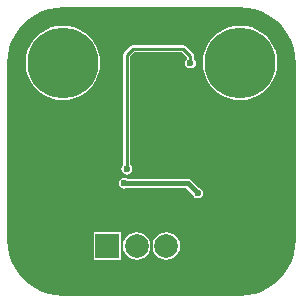
<source format=gbl>
G04*
G04 #@! TF.GenerationSoftware,Altium Limited,CircuitStudio,1.5.2 (30)*
G04*
G04 Layer_Physical_Order=2*
G04 Layer_Color=12500520*
%FSLAX25Y25*%
%MOIN*%
G70*
G01*
G75*
%ADD15C,0.00984*%
%ADD17C,0.01575*%
%ADD18C,0.07874*%
%ADD19R,0.07874X0.07874*%
%ADD20C,0.23622*%
%ADD21C,0.02362*%
G36*
X366598Y313691D02*
X368981Y313217D01*
X371282Y312437D01*
X373461Y311362D01*
X375481Y310012D01*
X377308Y308410D01*
X378910Y306583D01*
X380259Y304563D01*
X381334Y302384D01*
X382115Y300083D01*
X382589Y297700D01*
X382745Y295318D01*
X382737Y295276D01*
Y236221D01*
X382745Y236178D01*
X382589Y233796D01*
X382115Y231413D01*
X381334Y229112D01*
X380259Y226933D01*
X378910Y224913D01*
X377308Y223086D01*
X375481Y221484D01*
X373461Y220134D01*
X371282Y219060D01*
X368981Y218279D01*
X366598Y217805D01*
X364216Y217649D01*
X364173Y217657D01*
X305118D01*
X305075Y217649D01*
X302694Y217805D01*
X300311Y218279D01*
X298010Y219060D01*
X295831Y220134D01*
X293811Y221484D01*
X291984Y223086D01*
X290382Y224913D01*
X289032Y226933D01*
X287957Y229112D01*
X287176Y231413D01*
X286702Y233796D01*
X286546Y236178D01*
X286555Y236221D01*
Y295276D01*
X286546Y295318D01*
X286702Y297700D01*
X287176Y300083D01*
X287957Y302384D01*
X289032Y304563D01*
X290382Y306583D01*
X291984Y308410D01*
X293811Y310012D01*
X295831Y311362D01*
X298010Y312437D01*
X300311Y313217D01*
X302694Y313691D01*
X305075Y313848D01*
X305118Y313839D01*
X364173D01*
X364216Y313848D01*
X366598Y313691D01*
D02*
G37*
%LPC*%
G36*
X324419Y238789D02*
X315345D01*
Y229715D01*
X324419D01*
Y238789D01*
D02*
G37*
G36*
X339567Y238828D02*
X338383Y238672D01*
X337279Y238215D01*
X336331Y237488D01*
X335604Y236540D01*
X335147Y235436D01*
X334991Y234252D01*
X335147Y233068D01*
X335604Y231964D01*
X336331Y231016D01*
X337279Y230289D01*
X338383Y229832D01*
X339567Y229676D01*
X340751Y229832D01*
X341855Y230289D01*
X342803Y231016D01*
X343530Y231964D01*
X343987Y233068D01*
X344143Y234252D01*
X343987Y235436D01*
X343530Y236540D01*
X342803Y237488D01*
X341855Y238215D01*
X340751Y238672D01*
X339567Y238828D01*
D02*
G37*
G36*
X329724D02*
X328540Y238672D01*
X327436Y238215D01*
X326489Y237488D01*
X325761Y236540D01*
X325304Y235436D01*
X325148Y234252D01*
X325304Y233068D01*
X325761Y231964D01*
X326489Y231016D01*
X327436Y230289D01*
X328540Y229832D01*
X329724Y229676D01*
X330909Y229832D01*
X332013Y230289D01*
X332960Y231016D01*
X333687Y231964D01*
X334145Y233068D01*
X334301Y234252D01*
X334145Y235436D01*
X333687Y236540D01*
X332960Y237488D01*
X332013Y238215D01*
X330909Y238672D01*
X329724Y238828D01*
D02*
G37*
G36*
X325590Y256934D02*
X324896Y256796D01*
X324306Y256402D01*
X323913Y255813D01*
X323775Y255118D01*
X323913Y254423D01*
X324306Y253834D01*
X324896Y253440D01*
X325590Y253302D01*
X326286Y253440D01*
X326679Y253703D01*
X346264D01*
X348230Y251738D01*
X348322Y251273D01*
X348716Y250684D01*
X349305Y250291D01*
X350000Y250152D01*
X350695Y250291D01*
X351284Y250684D01*
X351678Y251273D01*
X351816Y251969D01*
X351678Y252663D01*
X351284Y253253D01*
X350695Y253646D01*
X350230Y253739D01*
X347851Y256118D01*
X347392Y256425D01*
X346850Y256533D01*
X326679D01*
X326286Y256796D01*
X325590Y256934D01*
D02*
G37*
G36*
X345276Y301114D02*
X328346D01*
X327920Y301029D01*
X327559Y300787D01*
X325591Y298819D01*
X325349Y298458D01*
X325264Y298031D01*
Y261241D01*
X325094Y261127D01*
X324700Y260538D01*
X324562Y259842D01*
X324700Y259148D01*
X325094Y258558D01*
X325683Y258165D01*
X326378Y258027D01*
X327073Y258165D01*
X327662Y258558D01*
X328056Y259148D01*
X328194Y259842D01*
X328056Y260538D01*
X327662Y261127D01*
X327491Y261241D01*
Y297570D01*
X328808Y298886D01*
X344814D01*
X346524Y297177D01*
Y296674D01*
X346354Y296560D01*
X345960Y295971D01*
X345822Y295276D01*
X345960Y294581D01*
X346354Y293991D01*
X346943Y293598D01*
X347638Y293460D01*
X348333Y293598D01*
X348922Y293991D01*
X349316Y294581D01*
X349454Y295276D01*
X349316Y295971D01*
X348922Y296560D01*
X348751Y296674D01*
Y297638D01*
X348667Y298064D01*
X348425Y298425D01*
X346063Y300787D01*
X345702Y301029D01*
X345276Y301114D01*
D02*
G37*
G36*
X364173Y307725D02*
X362226Y307572D01*
X360326Y307116D01*
X358521Y306368D01*
X356856Y305347D01*
X355370Y304079D01*
X354101Y302593D01*
X353081Y300927D01*
X352333Y299123D01*
X351877Y297223D01*
X351724Y295276D01*
X351877Y293328D01*
X352333Y291428D01*
X353081Y289624D01*
X354101Y287958D01*
X355370Y286473D01*
X356856Y285204D01*
X358521Y284183D01*
X360326Y283436D01*
X362226Y282979D01*
X364173Y282826D01*
X366121Y282979D01*
X368020Y283436D01*
X369825Y284183D01*
X371491Y285204D01*
X372976Y286473D01*
X374245Y287958D01*
X375266Y289624D01*
X376013Y291428D01*
X376469Y293328D01*
X376623Y295276D01*
X376469Y297223D01*
X376013Y299123D01*
X375266Y300927D01*
X374245Y302593D01*
X372976Y304079D01*
X371491Y305347D01*
X369825Y306368D01*
X368020Y307116D01*
X366121Y307572D01*
X364173Y307725D01*
D02*
G37*
G36*
X305118D02*
X303171Y307572D01*
X301271Y307116D01*
X299466Y306368D01*
X297800Y305347D01*
X296315Y304079D01*
X295046Y302593D01*
X294026Y300927D01*
X293278Y299123D01*
X292822Y297223D01*
X292669Y295276D01*
X292822Y293328D01*
X293278Y291428D01*
X294026Y289624D01*
X295046Y287958D01*
X296315Y286473D01*
X297800Y285204D01*
X299466Y284183D01*
X301271Y283436D01*
X303171Y282979D01*
X305118Y282826D01*
X307066Y282979D01*
X308965Y283436D01*
X310770Y284183D01*
X312436Y285204D01*
X313921Y286473D01*
X315190Y287958D01*
X316211Y289624D01*
X316958Y291428D01*
X317414Y293328D01*
X317567Y295276D01*
X317414Y297223D01*
X316958Y299123D01*
X316211Y300927D01*
X315190Y302593D01*
X313921Y304079D01*
X312436Y305347D01*
X310770Y306368D01*
X308965Y307116D01*
X307066Y307572D01*
X305118Y307725D01*
D02*
G37*
%LPD*%
D15*
X347638Y295276D02*
Y297638D01*
X345276Y300000D02*
X347638Y297638D01*
X328346Y300000D02*
X345276D01*
X326378Y298031D02*
X328346Y300000D01*
X326378Y259842D02*
Y298031D01*
D17*
X346850Y255118D02*
X350000Y251969D01*
X325590Y255118D02*
X346850D01*
D18*
X349410Y234252D02*
D03*
X339567D02*
D03*
X329724D02*
D03*
D19*
X319882D02*
D03*
D20*
X364173Y295276D02*
D03*
X305118D02*
D03*
D21*
X329134Y279921D02*
D03*
X362598Y257874D02*
D03*
X308661Y263386D02*
D03*
Y255118D02*
D03*
X347638Y295276D02*
D03*
X326378Y259842D02*
D03*
X350000Y251969D02*
D03*
X325590Y255118D02*
D03*
M02*

</source>
